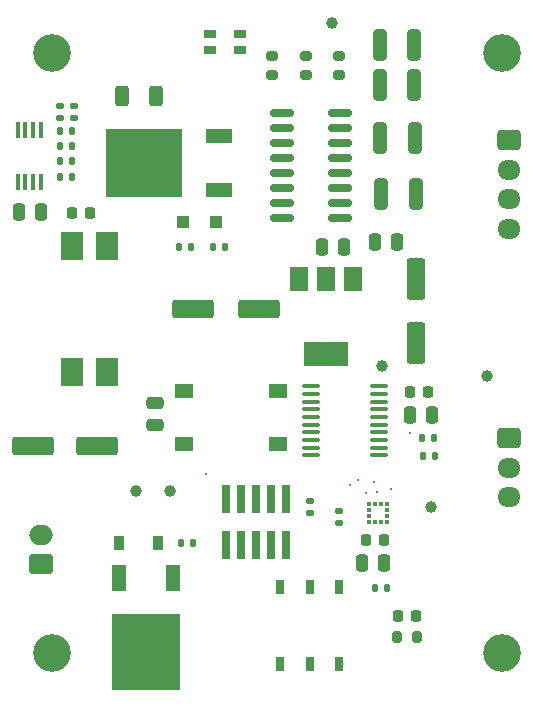
<source format=gts>
%TF.GenerationSoftware,KiCad,Pcbnew,(6.0.1-0)*%
%TF.CreationDate,2022-10-24T18:59:45-05:00*%
%TF.ProjectId,tackle_sensor_hardware,7461636b-6c65-45f7-9365-6e736f725f68,rev?*%
%TF.SameCoordinates,Original*%
%TF.FileFunction,Soldermask,Top*%
%TF.FilePolarity,Negative*%
%FSLAX46Y46*%
G04 Gerber Fmt 4.6, Leading zero omitted, Abs format (unit mm)*
G04 Created by KiCad (PCBNEW (6.0.1-0)) date 2022-10-24 18:59:45*
%MOMM*%
%LPD*%
G01*
G04 APERTURE LIST*
G04 Aperture macros list*
%AMRoundRect*
0 Rectangle with rounded corners*
0 $1 Rounding radius*
0 $2 $3 $4 $5 $6 $7 $8 $9 X,Y pos of 4 corners*
0 Add a 4 corners polygon primitive as box body*
4,1,4,$2,$3,$4,$5,$6,$7,$8,$9,$2,$3,0*
0 Add four circle primitives for the rounded corners*
1,1,$1+$1,$2,$3*
1,1,$1+$1,$4,$5*
1,1,$1+$1,$6,$7*
1,1,$1+$1,$8,$9*
0 Add four rect primitives between the rounded corners*
20,1,$1+$1,$2,$3,$4,$5,0*
20,1,$1+$1,$4,$5,$6,$7,0*
20,1,$1+$1,$6,$7,$8,$9,0*
20,1,$1+$1,$8,$9,$2,$3,0*%
G04 Aperture macros list end*
%ADD10RoundRect,0.200000X-0.275000X0.200000X-0.275000X-0.200000X0.275000X-0.200000X0.275000X0.200000X0*%
%ADD11RoundRect,0.250000X-0.725000X0.600000X-0.725000X-0.600000X0.725000X-0.600000X0.725000X0.600000X0*%
%ADD12O,1.950000X1.700000*%
%ADD13R,0.450000X1.450000*%
%ADD14C,3.200000*%
%ADD15RoundRect,0.135000X-0.135000X-0.185000X0.135000X-0.185000X0.135000X0.185000X-0.135000X0.185000X0*%
%ADD16R,0.760000X2.400000*%
%ADD17C,1.000000*%
%ADD18RoundRect,0.250000X0.312500X0.625000X-0.312500X0.625000X-0.312500X-0.625000X0.312500X-0.625000X0*%
%ADD19R,0.700000X1.200000*%
%ADD20RoundRect,0.225000X0.225000X0.250000X-0.225000X0.250000X-0.225000X-0.250000X0.225000X-0.250000X0*%
%ADD21RoundRect,0.250000X0.312500X1.075000X-0.312500X1.075000X-0.312500X-1.075000X0.312500X-1.075000X0*%
%ADD22R,0.350000X0.375000*%
%ADD23R,0.375000X0.350000*%
%ADD24RoundRect,0.225000X-0.225000X-0.250000X0.225000X-0.250000X0.225000X0.250000X-0.225000X0.250000X0*%
%ADD25RoundRect,0.250000X0.750000X-0.600000X0.750000X0.600000X-0.750000X0.600000X-0.750000X-0.600000X0*%
%ADD26O,2.000000X1.700000*%
%ADD27RoundRect,0.200000X0.200000X0.275000X-0.200000X0.275000X-0.200000X-0.275000X0.200000X-0.275000X0*%
%ADD28RoundRect,0.250000X0.250000X0.475000X-0.250000X0.475000X-0.250000X-0.475000X0.250000X-0.475000X0*%
%ADD29RoundRect,0.250000X1.500000X0.550000X-1.500000X0.550000X-1.500000X-0.550000X1.500000X-0.550000X0*%
%ADD30RoundRect,0.135000X-0.185000X0.135000X-0.185000X-0.135000X0.185000X-0.135000X0.185000X0.135000X0*%
%ADD31C,0.254000*%
%ADD32RoundRect,0.250000X0.550000X-1.500000X0.550000X1.500000X-0.550000X1.500000X-0.550000X-1.500000X0*%
%ADD33R,1.550000X1.300000*%
%ADD34RoundRect,0.100000X0.637500X0.100000X-0.637500X0.100000X-0.637500X-0.100000X0.637500X-0.100000X0*%
%ADD35RoundRect,0.150000X-0.825000X-0.150000X0.825000X-0.150000X0.825000X0.150000X-0.825000X0.150000X0*%
%ADD36RoundRect,0.135000X0.135000X0.185000X-0.135000X0.185000X-0.135000X-0.185000X0.135000X-0.185000X0*%
%ADD37R,1.955800X2.362200*%
%ADD38R,1.200000X2.200000*%
%ADD39R,5.800000X6.400000*%
%ADD40RoundRect,0.140000X0.170000X-0.140000X0.170000X0.140000X-0.170000X0.140000X-0.170000X-0.140000X0*%
%ADD41RoundRect,0.140000X-0.140000X-0.170000X0.140000X-0.170000X0.140000X0.170000X-0.140000X0.170000X0*%
%ADD42RoundRect,0.218750X0.218750X0.256250X-0.218750X0.256250X-0.218750X-0.256250X0.218750X-0.256250X0*%
%ADD43R,1.500000X2.000000*%
%ADD44R,3.800000X2.000000*%
%ADD45RoundRect,0.250000X-0.250000X-0.475000X0.250000X-0.475000X0.250000X0.475000X-0.250000X0.475000X0*%
%ADD46R,2.200000X1.200000*%
%ADD47R,6.400000X5.800000*%
%ADD48R,0.900000X1.200000*%
%ADD49R,1.000000X0.800000*%
%ADD50RoundRect,0.250000X-0.312500X-1.075000X0.312500X-1.075000X0.312500X1.075000X-0.312500X1.075000X0*%
%ADD51RoundRect,0.250000X0.475000X-0.250000X0.475000X0.250000X-0.475000X0.250000X-0.475000X-0.250000X0*%
%ADD52R,1.100000X1.100000*%
G04 APERTURE END LIST*
D10*
%TO.C,R14*%
X143764000Y-74574400D03*
X143764000Y-76224400D03*
%TD*%
D11*
%TO.C,J3*%
X163796200Y-106923200D03*
D12*
X163796200Y-109423200D03*
X163796200Y-111923200D03*
%TD*%
D13*
%TO.C,U2*%
X124165000Y-80858000D03*
X123515000Y-80858000D03*
X122865000Y-80858000D03*
X122215000Y-80858000D03*
X122215000Y-85258000D03*
X122865000Y-85258000D03*
X123515000Y-85258000D03*
X124165000Y-85258000D03*
%TD*%
D14*
%TO.C,H3*%
X125095000Y-125095000D03*
%TD*%
D15*
%TO.C,R16*%
X156514800Y-108407200D03*
X157534800Y-108407200D03*
%TD*%
D16*
%TO.C,J1*%
X144932400Y-112045200D03*
X144932400Y-115945200D03*
X143662400Y-112045200D03*
X143662400Y-115945200D03*
X142392400Y-112045200D03*
X142392400Y-115945200D03*
X141122400Y-112045200D03*
X141122400Y-115945200D03*
X139852400Y-112045200D03*
X139852400Y-115945200D03*
%TD*%
D17*
%TO.C,TP1*%
X135128000Y-111379000D03*
%TD*%
D14*
%TO.C,H4*%
X163195000Y-125095000D03*
%TD*%
D18*
%TO.C,R7*%
X133938200Y-77978000D03*
X131013200Y-77978000D03*
%TD*%
D15*
%TO.C,R1*%
X136017000Y-115824000D03*
X137037000Y-115824000D03*
%TD*%
D19*
%TO.C,SW2*%
X144439000Y-119559000D03*
X146939000Y-119559000D03*
X149439000Y-119559000D03*
X144439000Y-126059000D03*
X146939000Y-126059000D03*
X149439000Y-126059000D03*
%TD*%
D20*
%TO.C,C11*%
X153238800Y-115519200D03*
X151688800Y-115519200D03*
%TD*%
D21*
%TO.C,R19*%
X155934600Y-86258400D03*
X153009600Y-86258400D03*
%TD*%
%TO.C,R17*%
X155833000Y-81534000D03*
X152908000Y-81534000D03*
%TD*%
D22*
%TO.C,U3*%
X153454800Y-112521500D03*
X152954800Y-112521500D03*
X152454800Y-112521500D03*
X151954800Y-112521500D03*
D23*
X151942300Y-113034000D03*
X151942300Y-113534000D03*
D22*
X151954800Y-114046500D03*
X152454800Y-114046500D03*
X152954800Y-114046500D03*
X153454800Y-114046500D03*
D23*
X153467300Y-113534000D03*
X153467300Y-113034000D03*
%TD*%
D24*
%TO.C,C7*%
X155422000Y-103022400D03*
X156972000Y-103022400D03*
%TD*%
D25*
%TO.C,J2*%
X124206000Y-117602000D03*
D26*
X124206000Y-115102000D03*
%TD*%
D27*
%TO.C,R12*%
X156006800Y-123748800D03*
X154356800Y-123748800D03*
%TD*%
D28*
%TO.C,C3*%
X124206000Y-87757000D03*
X122306000Y-87757000D03*
%TD*%
D29*
%TO.C,C2*%
X128938000Y-107569000D03*
X123538000Y-107569000D03*
%TD*%
D30*
%TO.C,R3*%
X146964400Y-112264000D03*
X146964400Y-113284000D03*
%TD*%
D10*
%TO.C,R11*%
X149453600Y-74574400D03*
X149453600Y-76224400D03*
%TD*%
D15*
%TO.C,R4*%
X125776800Y-84785200D03*
X126796800Y-84785200D03*
%TD*%
D31*
%TO.C,TP11*%
X152654000Y-111455200D03*
%TD*%
D32*
%TO.C,C15*%
X155905200Y-98864400D03*
X155905200Y-93464400D03*
%TD*%
D33*
%TO.C,SW1*%
X144238800Y-107456800D03*
X136278800Y-107456800D03*
X144238800Y-102956800D03*
X136278800Y-102956800D03*
%TD*%
D17*
%TO.C,TP7*%
X161950400Y-101650800D03*
%TD*%
D34*
%TO.C,U1*%
X152773300Y-108385800D03*
X152773300Y-107735800D03*
X152773300Y-107085800D03*
X152773300Y-106435800D03*
X152773300Y-105785800D03*
X152773300Y-105135800D03*
X152773300Y-104485800D03*
X152773300Y-103835800D03*
X152773300Y-103185800D03*
X152773300Y-102535800D03*
X147048300Y-102535800D03*
X147048300Y-103185800D03*
X147048300Y-103835800D03*
X147048300Y-104485800D03*
X147048300Y-105135800D03*
X147048300Y-105785800D03*
X147048300Y-106435800D03*
X147048300Y-107085800D03*
X147048300Y-107735800D03*
X147048300Y-108385800D03*
%TD*%
D15*
%TO.C,R18*%
X156464000Y-106883200D03*
X157484000Y-106883200D03*
%TD*%
D28*
%TO.C,C9*%
X153233200Y-117500400D03*
X151333200Y-117500400D03*
%TD*%
D35*
%TO.C,U5*%
X144591000Y-79375000D03*
X144591000Y-80645000D03*
X144591000Y-81915000D03*
X144591000Y-83185000D03*
X144591000Y-84455000D03*
X144591000Y-85725000D03*
X144591000Y-86995000D03*
X144591000Y-88265000D03*
X149541000Y-88265000D03*
X149541000Y-86995000D03*
X149541000Y-85725000D03*
X149541000Y-84455000D03*
X149541000Y-83185000D03*
X149541000Y-81915000D03*
X149541000Y-80645000D03*
X149541000Y-79375000D03*
%TD*%
D31*
%TO.C,TP13*%
X152400000Y-110642400D03*
%TD*%
%TO.C,TP8*%
X151028400Y-110490000D03*
%TD*%
D36*
%TO.C,R9*%
X136855200Y-90779600D03*
X135835200Y-90779600D03*
%TD*%
D15*
%TO.C,R2*%
X125827600Y-80970000D03*
X126847600Y-80970000D03*
%TD*%
D37*
%TO.C,T1*%
X129770000Y-90690700D03*
X126770000Y-90690700D03*
X126770000Y-101333300D03*
X129770000Y-101333300D03*
%TD*%
D36*
%TO.C,R8*%
X139801600Y-90779600D03*
X138781600Y-90779600D03*
%TD*%
%TO.C,R5*%
X153519600Y-119583200D03*
X152499600Y-119583200D03*
%TD*%
D38*
%TO.C,Q1*%
X135377000Y-118771000D03*
D39*
X133097000Y-125071000D03*
D38*
X130817000Y-118771000D03*
%TD*%
D40*
%TO.C,C6*%
X127000000Y-79801600D03*
X127000000Y-78841600D03*
%TD*%
D10*
%TO.C,R13*%
X146608800Y-74574400D03*
X146608800Y-76224400D03*
%TD*%
D41*
%TO.C,C8*%
X125831600Y-83459200D03*
X126791600Y-83459200D03*
%TD*%
D42*
%TO.C,D3*%
X155943800Y-122021600D03*
X154368800Y-122021600D03*
%TD*%
D15*
%TO.C,R6*%
X125829600Y-82189200D03*
X126849600Y-82189200D03*
%TD*%
D40*
%TO.C,C5*%
X125831600Y-79801600D03*
X125831600Y-78841600D03*
%TD*%
D11*
%TO.C,J4*%
X163796200Y-81701000D03*
D12*
X163796200Y-84201000D03*
X163796200Y-86701000D03*
X163796200Y-89201000D03*
%TD*%
D31*
%TO.C,TP6*%
X155397200Y-106527600D03*
%TD*%
D20*
%TO.C,C10*%
X128320800Y-87884000D03*
X126770800Y-87884000D03*
%TD*%
D43*
%TO.C,U4*%
X150585200Y-93471600D03*
X148285200Y-93471600D03*
D44*
X148285200Y-99771600D03*
D43*
X145985200Y-93471600D03*
%TD*%
D45*
%TO.C,C14*%
X152430400Y-90322400D03*
X154330400Y-90322400D03*
%TD*%
D29*
%TO.C,C12*%
X142652400Y-96012000D03*
X137052400Y-96012000D03*
%TD*%
D45*
%TO.C,C13*%
X147960000Y-90779600D03*
X149860000Y-90779600D03*
%TD*%
D31*
%TO.C,TP2*%
X138176000Y-109931200D03*
%TD*%
%TO.C,TP10*%
X151688800Y-111556800D03*
%TD*%
D46*
%TO.C,Q2*%
X139242200Y-85946600D03*
D47*
X132942200Y-83666600D03*
D46*
X139242200Y-81386600D03*
%TD*%
D31*
%TO.C,TP14*%
X153822400Y-111252000D03*
%TD*%
D45*
%TO.C,C4*%
X155427600Y-105003600D03*
X157327600Y-105003600D03*
%TD*%
D14*
%TO.C,H2*%
X163195000Y-74295000D03*
%TD*%
D48*
%TO.C,D1*%
X130811000Y-115824000D03*
X134111000Y-115824000D03*
%TD*%
D17*
%TO.C,TP4*%
X157226000Y-112725200D03*
%TD*%
D30*
%TO.C,R10*%
X149402800Y-113127600D03*
X149402800Y-114147600D03*
%TD*%
D17*
%TO.C,TP3*%
X132207000Y-111379000D03*
%TD*%
D49*
%TO.C,D4*%
X138500800Y-72706000D03*
X138500800Y-74106000D03*
X141000800Y-74106000D03*
X141000800Y-72706000D03*
%TD*%
D21*
%TO.C,R15*%
X155803600Y-77012800D03*
X152878600Y-77012800D03*
%TD*%
D14*
%TO.C,H1*%
X125095000Y-74295000D03*
%TD*%
D50*
%TO.C,F1*%
X152878600Y-73609200D03*
X155803600Y-73609200D03*
%TD*%
D31*
%TO.C,TP9*%
X150317200Y-110896400D03*
%TD*%
D17*
%TO.C,TP15*%
X153060400Y-100838000D03*
%TD*%
D51*
%TO.C,C1*%
X133858000Y-105816400D03*
X133858000Y-103916400D03*
%TD*%
D52*
%TO.C,D2*%
X138988800Y-88646000D03*
X136188800Y-88646000D03*
%TD*%
D17*
%TO.C,TP12*%
X148793200Y-71780400D03*
%TD*%
M02*

</source>
